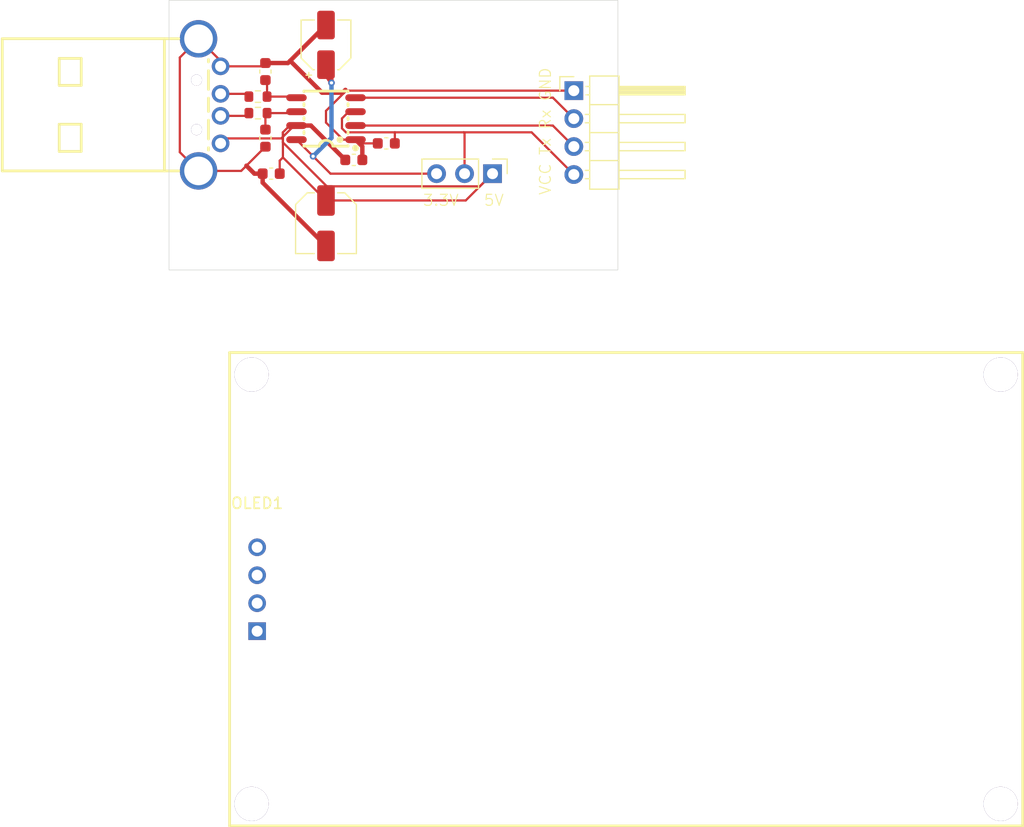
<source format=kicad_pcb>
(kicad_pcb (version 20240108) (generator "pcbnew") (generator_version "8.0")
  (layers (0 "F.Cu" signal) (31 "B.Cu" signal) (34 "B.Paste" user) (35 "F.Paste" user) (36 "B.SilkS" user "B.Silkscreen") (37 "F.SilkS" user "F.Silkscreen") (38 "B.Mask" user) (39 "F.Mask" user) (44 "Edge.Cuts" user))
  (net 0 "")
  (net 1 "GND")
  (net 2 "VCC")
  (net 3 "Net-(J1-Pin_4)")
  (net 4 "V33")
  (net 5 "D+")
  (net 6 "D-")
  (net 7 "RX")
  (net 8 "TX")
  (net 9 "Net-(USB1-D+)")
  (net 10 "Net-(USB1-D-)")
  (footprint "easyeda2kicad:SOP-8_L4.9-W3.9-P1.27-LS6.0-BL" (layer "F.Cu") (at 62.5 30 90)
    (property "Reference" "U2" (hide yes))
    (property "Value" "HT42B534-2")
    (fp_line (start 2.5 -2) (end 2.5 1.95) (stroke (width 0.25)) (layer "F.SilkS"))
    (fp_line (start 2.45 -2) (end 2.5 -2) (stroke (width 0.25)) (layer "F.SilkS"))
    (fp_line (start 1.18 -2) (end 1.36 -2) (stroke (width 0.25)) (layer "F.SilkS"))
    (fp_line (start -0.09 -2) (end 0.09 -2) (stroke (width 0.25)) (layer "F.SilkS"))
    (fp_line (start -1.36 -2) (end -1.18 -2) (stroke (width 0.25)) (layer "F.SilkS"))
    (fp_line (start -2.5 -2) (end -2.45 -2) (stroke (width 0.25)) (layer "F.SilkS"))
    (fp_line (start -2.5 -2) (end -2.5 -0.63) (stroke (width 0.25)) (layer "F.SilkS"))
    (fp_line (start 2.5 1.95) (end 2.45 2) (stroke (width 0.25)) (layer "F.SilkS"))
    (fp_line (start 2.45 2) (end 2.5 2) (stroke (width 0.25)) (layer "F.SilkS"))
    (fp_line (start 1.18 2) (end 1.36 2) (stroke (width 0.25)) (layer "F.SilkS"))
    (fp_line (start -0.09 2) (end 0.09 2) (stroke (width 0.25)) (layer "F.SilkS"))
    (fp_line (start -1.36 2) (end -1.18 2) (stroke (width 0.25)) (layer "F.SilkS"))
    (fp_line (start -2.5 2) (end -2.5 0.63) (stroke (width 0.25)) (layer "F.SilkS"))
    (fp_line (start -2.5 2) (end -2.45 2) (stroke (width 0.25)) (layer "F.SilkS"))
    (fp_arc (start -2.5 -0.63) (mid -1.970474 -0.002632) (end -2.494818 0.629073) (stroke (width 0.25)) (layer "F.SilkS"))
    (fp_circle (center -1.91 1.27) (end -1.76 1.27) (stroke (width 0.3)) (fill none) (layer "F.SilkS"))
    (fp_circle (center -2.67 2.68) (end -2.52 2.68) (stroke (width 0.3)) (fill none) (layer "F.SilkS"))
    (pad "1" smd oval (at -1.91 2.68 90) (size 0.63 1.86) (layers "F.Cu" "F.Paste" "F.Mask") (net 1 "GND"))
    (pad "2" smd oval (at -0.63 2.68 90) (size 0.63 1.86) (layers "F.Cu" "F.Paste" "F.Mask") (net 8 "TX"))
    (pad "3" smd oval (at 0.63 2.68 90) (size 0.63 1.86) (layers "F.Cu" "F.Paste" "F.Mask") (net 3 "Net-(J1-Pin_4)"))
    (pad "4" smd oval (at 1.9 2.68 90) (size 0.63 1.86) (layers "F.Cu" "F.Paste" "F.Mask") (net 7 "RX"))
    (pad "5" smd oval (at 1.9 -2.68 90) (size 0.63 1.86) (layers "F.Cu" "F.Paste" "F.Mask") (net 5 "D+"))
    (pad "6" smd oval (at 0.63 -2.68 90) (size 0.63 1.86) (layers "F.Cu" "F.Paste" "F.Mask") (net 6 "D-"))
    (pad "7" smd oval (at -0.63 -2.68 90) (size 0.63 1.86) (layers "F.Cu" "F.Paste" "F.Mask") (net 2 "VCC"))
    (pad "8" smd oval (at -1.91 -2.68 90) (size 0.63 1.86) (layers "F.Cu" "F.Paste" "F.Mask") (net 4 "V33"))
  )
  (footprint "Capacitor_SMD:C_0603_1608Metric" (layer "F.Cu") (at 57 31.775 -90)
    (property "Reference" "C7" (hide yes))
    (property "Value" "47pF")
    (fp_line (start -0.14058 0.51) (end 0.14058 0.51) (stroke (width 0.12)) (layer "F.SilkS"))
    (fp_line (start -0.14058 -0.51) (end 0.14058 -0.51) (stroke (width 0.12)) (layer "F.SilkS"))
    (pad "1" smd roundrect (at -0.775 0 270) (size 0.9 0.95) (layers "F.Cu" "F.Paste" "F.Mask") (net 6 "D-"))
    (pad "2" smd roundrect (at 0.775 0 270) (size 0.9 0.95) (layers "F.Cu" "F.Paste" "F.Mask") (net 1 "GND"))
  )
  (footprint "Capacitor_SMD:C_0603_1608Metric" (layer "F.Cu") (at 57.525 35 180)
    (property "Reference" "C4" (hide yes))
    (property "Value" "0.1uF")
    (fp_line (start -0.14058 0.51) (end 0.14058 0.51) (stroke (width 0.12)) (layer "F.SilkS"))
    (fp_line (start -0.14058 -0.51) (end 0.14058 -0.51) (stroke (width 0.12)) (layer "F.SilkS"))
    (pad "1" smd roundrect (at -0.775 0 180) (size 0.9 0.95) (layers "F.Cu" "F.Paste" "F.Mask") (net 2 "VCC"))
    (pad "2" smd roundrect (at 0.775 0 180) (size 0.9 0.95) (layers "F.Cu" "F.Paste" "F.Mask") (net 1 "GND"))
  )
  (footprint "easyeda2kicad:OLED-TH_4P-L72.0-W43.0-P2.54" (layer "F.Cu") (at 56.25 72.75)
    (property "Reference" "OLED1" (at 0 -7.81 0) (layer "F.SilkS"))
    (property "Value" "HS242L03B2C01")
    (fp_line (start -2.5 -21.5) (end 69.5 -21.5) (stroke (width 0.25)) (layer "F.SilkS"))
    (fp_line (start -2.5 21.5) (end -2.5 -21.5) (stroke (width 0.25)) (layer "F.SilkS"))
    (fp_line (start 69.5 -21.5) (end 69.5 21.5) (stroke (width 0.25)) (layer "F.SilkS"))
    (fp_line (start 69.5 21.5) (end -2.5 21.5) (stroke (width 0.25)) (layer "F.SilkS"))
    (pad "" thru_hole circle (at -0.5 -19.5) (size 3.1 3.1) (drill 3.1) (layers "*.Cu" "*.Mask"))
    (pad "" thru_hole circle (at -0.5 19.5) (size 3.1 3.1) (drill 3.1) (layers "*.Cu" "*.Mask"))
    (pad "" thru_hole circle (at 67.5 -19.5) (size 3.1 3.1) (drill 3.1) (layers "*.Cu" "*.Mask"))
    (pad "" thru_hole circle (at 67.5 19.5) (size 3.1 3.1) (drill 3.1) (layers "*.Cu" "*.Mask"))
    (pad "1" thru_hole rect (at 0 3.81) (size 1.6 1.6) (drill 0.999998) (layers "*.Cu" "*.Mask"))
    (pad "2" thru_hole circle (at 0 1.27) (size 1.6 1.6) (drill 0.999998) (layers "*.Cu" "*.Mask"))
    (pad "3" thru_hole circle (at 0 -1.27) (size 1.6 1.6) (drill 0.999998) (layers "*.Cu" "*.Mask"))
    (pad "4" thru_hole circle (at 0 -3.81) (size 1.6 1.6) (drill 0.999998) (layers "*.Cu" "*.Mask"))
  )
  (footprint "Resistor_SMD:R_0603_1608Metric" (layer "F.Cu") (at 56.325 28)
    (property "Reference" "R3" (hide yes))
    (property "Value" "33")
    (fp_line (start -0.237258 -0.5225) (end 0.237258 -0.5225) (stroke (width 0.12)) (layer "F.SilkS"))
    (fp_line (start -0.237258 0.5225) (end 0.237258 0.5225) (stroke (width 0.12)) (layer "F.SilkS"))
    (pad "1" smd roundrect (at -0.825 0) (size 0.8 0.95) (layers "F.Cu" "F.Paste" "F.Mask") (net 9 "Net-(USB1-D+)"))
    (pad "2" smd roundrect (at 0.825 0) (size 0.8 0.95) (layers "F.Cu" "F.Paste" "F.Mask") (net 5 "D+"))
  )
  (footprint "Capacitor_SMD:C_0603_1608Metric" (layer "F.Cu") (at 65.025 33.75)
    (property "Reference" "C1" (hide yes))
    (property "Value" "0.1uF")
    (fp_line (start -0.14058 -0.51) (end 0.14058 -0.51) (stroke (width 0.12)) (layer "F.SilkS"))
    (fp_line (start -0.14058 0.51) (end 0.14058 0.51) (stroke (width 0.12)) (layer "F.SilkS"))
    (pad "1" smd roundrect (at -0.775 0) (size 0.9 0.95) (layers "F.Cu" "F.Paste" "F.Mask") (net 2 "VCC"))
    (pad "2" smd roundrect (at 0.775 0) (size 0.9 0.95) (layers "F.Cu" "F.Paste" "F.Mask") (net 1 "GND"))
  )
  (footprint "Capacitor_SMD:C_0603_1608Metric" (layer "F.Cu") (at 67.975 32.25 180)
    (property "Reference" "C2" (hide yes))
    (property "Value" "0.1uF")
    (fp_line (start -0.14058 0.51) (end 0.14058 0.51) (stroke (width 0.12)) (layer "F.SilkS"))
    (fp_line (start -0.14058 -0.51) (end 0.14058 -0.51) (stroke (width 0.12)) (layer "F.SilkS"))
    (pad "1" smd roundrect (at -0.775 0 180) (size 0.9 0.95) (layers "F.Cu" "F.Paste" "F.Mask") (net 3 "Net-(J1-Pin_4)"))
    (pad "2" smd roundrect (at 0.775 0 180) (size 0.9 0.95) (layers "F.Cu" "F.Paste" "F.Mask") (net 1 "GND"))
  )
  (footprint "easyeda2kicad:USB-AM-TH_AM90" (layer "F.Cu") (at 51.93 28.75 -90)
    (property "Reference" "USB1" (hide yes))
    (property "Value" "AM90")
    (fp_line (start -6.01 18.82) (end -6.01 2.79) (stroke (width 0.25)) (layer "F.SilkS"))
    (fp_line (start 6 18.82) (end -6.01 18.82) (stroke (width 0.25)) (layer "F.SilkS"))
    (fp_line (start 6 18.82) (end 6 2.8) (stroke (width 0.25)) (layer "F.SilkS"))
    (fp_line (start -4.22 13.65) (end -4.22 11.65) (stroke (width 0.25)) (layer "F.SilkS"))
    (fp_line (start -1.77 13.65) (end -4.22 13.65) (stroke (width 0.25)) (layer "F.SilkS"))
    (fp_line (start -1.77 13.65) (end -1.77 11.65) (stroke (width 0.25)) (layer "F.SilkS"))
    (fp_line (start 1.76 13.65) (end 4.23 13.65) (stroke (width 0.25)) (layer "F.SilkS"))
    (fp_line (start 1.76 13.65) (end 1.76 11.65) (stroke (width 0.25)) (layer "F.SilkS"))
    (fp_line (start 4.23 13.65) (end 4.23 11.65) (stroke (width 0.25)) (layer "F.SilkS"))
    (fp_line (start -4.22 11.65) (end -1.77 11.65) (stroke (width 0.25)) (layer "F.SilkS"))
    (fp_line (start 4.23 11.65) (end 1.76 11.65) (stroke (width 0.25)) (layer "F.SilkS"))
    (fp_line (start -6.01 4.1) (end 6 4.1) (stroke (width 0.25)) (layer "F.SilkS"))
    (fp_line (start -4.12 0.1) (end -3.9 0.1) (stroke (width 0.25)) (layer "F.SilkS"))
    (fp_line (start -3.11 0.1) (end -1.4 0.1) (stroke (width 0.25)) (layer "F.SilkS"))
    (fp_line (start -0.61 0.1) (end 0.6 0.1) (stroke (width 0.25)) (layer "F.SilkS"))
    (fp_line (start 1.39 0.1) (end 3.1 0.1) (stroke (width 0.25)) (layer "F.SilkS"))
    (fp_line (start 3.89 0.1) (end 4.11 0.1) (stroke (width 0.25)) (layer "F.SilkS"))
    (pad "" thru_hole circle (at -2.25 1.18 270) (size 1 1) (drill 1) (layers "*.Cu" "*.Mask"))
    (pad "" thru_hole circle (at 2.25 1.18 270) (size 1 1) (drill 1) (layers "*.Cu" "*.Mask"))
    (pad "1" thru_hole circle (at 3.5 -1 180) (size 1.6 1.6) (drill 0.999998) (layers "*.Cu" "*.Mask") (net 2 "VCC"))
    (pad "2" thru_hole circle (at 1 -1 180) (size 1.6 1.6) (drill 0.999998) (layers "*.Cu" "*.Mask") (net 10 "Net-(USB1-D-)"))
    (pad "3" thru_hole circle (at -1 -1 180) (size 1.6 1.6) (drill 0.999998) (layers "*.Cu" "*.Mask") (net 9 "Net-(USB1-D+)"))
    (pad "4" thru_hole circle (at -3.5 -1 180) (size 1.6 1.6) (drill 0.999998) (layers "*.Cu" "*.Mask") (net 1 "GND"))
    (pad "MH1" thru_hole circle (at 6 1 180) (size 3.4 3.4) (drill 2.599995) (layers "*.Cu" "*.Mask") (net 1 "GND"))
    (pad "MH2" thru_hole circle (at -6 1 180) (size 3.4 3.4) (drill 2.599995) (layers "*.Cu" "*.Mask") (net 1 "GND"))
  )
  (footprint "Capacitor_SMD:CP_Elec_4x5.4" (layer "F.Cu") (at 62.5 23.3 90)
    (property "Reference" "C3" (hide yes))
    (property "Value" "1uF")
    (fp_line (start 2.26 -2.26) (end 2.26 -1.06) (stroke (width 0.12)) (layer "F.SilkS"))
    (fp_line (start -1.195563 -2.26) (end 2.26 -2.26) (stroke (width 0.12)) (layer "F.SilkS"))
    (fp_line (start -2.75 -1.81) (end -2.75 -1.31) (stroke (width 0.12)) (layer "F.SilkS"))
    (fp_line (start -3 -1.56) (end -2.5 -1.56) (stroke (width 0.12)) (layer "F.SilkS"))
    (fp_line (start -2.26 -1.195563) (end -1.195563 -2.26) (stroke (width 0.12)) (layer "F.SilkS"))
    (fp_line (start -2.26 -1.195563) (end -2.26 -1.06) (stroke (width 0.12)) (layer "F.SilkS"))
    (fp_line (start -2.26 1.195563) (end -2.26 1.06) (stroke (width 0.12)) (layer "F.SilkS"))
    (fp_line (start -2.26 1.195563) (end -1.195563 2.26) (stroke (width 0.12)) (layer "F.SilkS"))
    (fp_line (start 2.26 2.26) (end 2.26 1.06) (stroke (width 0.12)) (layer "F.SilkS"))
    (fp_line (start -1.195563 2.26) (end 2.26 2.26) (stroke (width 0.12)) (layer "F.SilkS"))
    (pad "1" smd roundrect (at -1.8 0 90) (size 2.6 1.6) (layers "F.Cu" "F.Paste" "F.Mask") (roundrect_rratio 0.15625) (net 4 "V33"))
    (pad "2" smd roundrect (at 1.8 0 90) (size 2.6 1.6) (layers "F.Cu" "F.Paste" "F.Mask") (roundrect_rratio 0.15625) (net 1 "GND"))
  )
  (footprint "Connector_PinHeader_2.54mm:PinHeader_1x04_P2.54mm_Horizontal" (layer "F.Cu") (at 85 27.46)
    (property "Reference" "J1" (hide yes))
    (property "Value" "Conn_01x04")
    (fp_line (start -1.27 -1.27) (end 0 -1.27) (stroke (width 0.12)) (layer "F.SilkS"))
    (fp_line (start -1.27 0) (end -1.27 -1.27) (stroke (width 0.12)) (layer "F.SilkS"))
    (fp_line (start 1.042929 2.16) (end 1.44 2.16) (stroke (width 0.12)) (layer "F.SilkS"))
    (fp_line (start 1.042929 2.92) (end 1.44 2.92) (stroke (width 0.12)) (layer "F.SilkS"))
    (fp_line (start 1.042929 4.7) (end 1.44 4.7) (stroke (width 0.12)) (layer "F.SilkS"))
    (fp_line (start 1.042929 5.46) (end 1.44 5.46) (stroke (width 0.12)) (layer "F.SilkS"))
    (fp_line (start 1.042929 7.24) (end 1.44 7.24) (stroke (width 0.12)) (layer "F.SilkS"))
    (fp_line (start 1.042929 8) (end 1.44 8) (stroke (width 0.12)) (layer "F.SilkS"))
    (fp_line (start 1.11 -0.38) (end 1.44 -0.38) (stroke (width 0.12)) (layer "F.SilkS"))
    (fp_line (start 1.11 0.38) (end 1.44 0.38) (stroke (width 0.12)) (layer "F.SilkS"))
    (fp_line (start 1.44 -1.33) (end 1.44 8.95) (stroke (width 0.12)) (layer "F.SilkS"))
    (fp_line (start 1.44 1.27) (end 4.1 1.27) (stroke (width 0.12)) (layer "F.SilkS"))
    (fp_line (start 1.44 3.81) (end 4.1 3.81) (stroke (width 0.12)) (layer "F.SilkS"))
    (fp_line (start 1.44 6.35) (end 4.1 6.35) (stroke (width 0.12)) (layer "F.SilkS"))
    (fp_line (start 1.44 8.95) (end 4.1 8.95) (stroke (width 0.12)) (layer "F.SilkS"))
    (fp_line (start 4.1 -1.33) (end 1.44 -1.33) (stroke (width 0.12)) (layer "F.SilkS"))
    (fp_line (start 4.1 -0.38) (end 10.1 -0.38) (stroke (width 0.12)) (layer "F.SilkS"))
    (fp_line (start 4.1 -0.32) (end 10.1 -0.32) (stroke (width 0.12)) (layer "F.SilkS"))
    (fp_line (start 4.1 -0.2) (end 10.1 -0.2) (stroke (width 0.12)) (layer "F.SilkS"))
    (fp_line (start 4.1 -0.08) (end 10.1 -0.08) (stroke (width 0.12)) (layer "F.SilkS"))
    (fp_line (start 4.1 0.04) (end 10.1 0.04) (stroke (width 0.12)) (layer "F.SilkS"))
    (fp_line (start 4.1 0.16) (end 10.1 0.16) (stroke (width 0.12)) (layer "F.SilkS"))
    (fp_line (start 4.1 0.28) (end 10.1 0.28) (stroke (width 0.12)) (layer "F.SilkS"))
    (fp_line (start 4.1 2.16) (end 10.1 2.16) (stroke (width 0.12)) (layer "F.SilkS"))
    (fp_line (start 4.1 4.7) (end 10.1 4.7) (stroke (width 0.12)) (layer "F.SilkS"))
    (fp_line (start 4.1 7.24) (end 10.1 7.24) (stroke (width 0.12)) (layer "F.SilkS"))
    (fp_line (start 4.1 8.95) (end 4.1 -1.33) (stroke (width 0.12)) (layer "F.SilkS"))
    (fp_line (start 10.1 -0.38) (end 10.1 0.38) (stroke (width 0.12)) (layer "F.SilkS"))
    (fp_line (start 10.1 0.38) (end 4.1 0.38) (stroke (width 0.12)) (layer "F.SilkS"))
    (fp_line (start 10.1 2.16) (end 10.1 2.92) (stroke (width 0.12)) (layer "F.SilkS"))
    (fp_line (start 10.1 2.92) (end 4.1 2.92) (stroke (width 0.12)) (layer "F.SilkS"))
    (fp_line (start 10.1 4.7) (end 10.1 5.46) (stroke (width 0.12)) (layer "F.SilkS"))
    (fp_line (start 10.1 5.46) (end 4.1 5.46) (stroke (width 0.12)) (layer "F.SilkS"))
    (fp_line (start 10.1 7.24) (end 10.1 8) (stroke (width 0.12)) (layer "F.SilkS"))
    (fp_line (start 10.1 8) (end 4.1 8) (stroke (width 0.12)) (layer "F.SilkS"))
    (pad "1" thru_hole rect (at 0 0) (size 1.7 1.7) (drill 1) (layers "*.Cu" "*.Mask") (net 1 "GND"))
    (pad "2" thru_hole oval (at 0 2.54) (size 1.7 1.7) (drill 1) (layers "*.Cu" "*.Mask") (net 7 "RX"))
    (pad "3" thru_hole oval (at 0 5.08) (size 1.7 1.7) (drill 1) (layers "*.Cu" "*.Mask") (net 8 "TX"))
    (pad "4" thru_hole oval (at 0 7.62) (size 1.7 1.7) (drill 1) (layers "*.Cu" "*.Mask") (net 3 "Net-(J1-Pin_4)"))
  )
  (footprint "Capacitor_SMD:C_Elec_5x5.4" (layer "F.Cu") (at 62.5 39.5 -90)
    (property "Reference" "C5" (hide yes))
    (property "Value" "10uF")
    (fp_line (start -1.695563 2.76) (end 2.76 2.76) (stroke (width 0.12)) (layer "F.SilkS"))
    (fp_line (start 2.76 2.76) (end 2.76 1.06) (stroke (width 0.12)) (layer "F.SilkS"))
    (fp_line (start -2.76 1.695563) (end -1.695563 2.76) (stroke (width 0.12)) (layer "F.SilkS"))
    (fp_line (start -2.76 1.695563) (end -2.76 1.06) (stroke (width 0.12)) (layer "F.SilkS"))
    (fp_line (start -2.76 -1.695563) (end -2.76 -1.06) (stroke (width 0.12)) (layer "F.SilkS"))
    (fp_line (start -2.76 -1.695563) (end -1.695563 -2.76) (stroke (width 0.12)) (layer "F.SilkS"))
    (fp_line (start -1.695563 -2.76) (end 2.76 -2.76) (stroke (width 0.12)) (layer "F.SilkS"))
    (fp_line (start 2.76 -2.76) (end 2.76 -1.06) (stroke (width 0.12)) (layer "F.SilkS"))
    (pad "1" smd roundrect (at -2.0625 0 270) (size 2.775 1.6) (layers "F.Cu" "F.Paste" "F.Mask") (roundrect_rratio 0.15625) (net 2 "VCC"))
    (pad "2" smd roundrect (at 2.0625 0 270) (size 2.775 1.6) (layers "F.Cu" "F.Paste" "F.Mask") (roundrect_rratio 0.15625) (net 1 "GND"))
  )
  (footprint "Resistor_SMD:R_0603_1608Metric" (layer "F.Cu") (at 56.325 29.5)
    (property "Reference" "R4" (hide yes))
    (property "Value" "33")
    (fp_line (start -0.237258 -0.5225) (end 0.237258 -0.5225) (stroke (width 0.12)) (layer "F.SilkS"))
    (fp_line (start -0.237258 0.5225) (end 0.237258 0.5225) (stroke (width 0.12)) (layer "F.SilkS"))
    (pad "1" smd roundrect (at -0.825 0) (size 0.8 0.95) (layers "F.Cu" "F.Paste" "F.Mask") (net 10 "Net-(USB1-D-)"))
    (pad "2" smd roundrect (at 0.825 0) (size 0.8 0.95) (layers "F.Cu" "F.Paste" "F.Mask") (net 6 "D-"))
  )
  (footprint "Connector_PinHeader_2.54mm:PinHeader_1x03_P2.54mm_Vertical" (layer "F.Cu") (at 77.62 35 -90)
    (property "Reference" "J2" (hide yes))
    (property "Value" "Conn_01x03")
    (fp_line (start -1.33 6.41) (end 1.33 6.41) (stroke (width 0.12)) (layer "F.SilkS"))
    (fp_line (start -1.33 1.27) (end -1.33 6.41) (stroke (width 0.12)) (layer "F.SilkS"))
    (fp_line (start -1.33 1.27) (end 1.33 1.27) (stroke (width 0.12)) (layer "F.SilkS"))
    (fp_line (start 1.33 1.27) (end 1.33 6.41) (stroke (width 0.12)) (layer "F.SilkS"))
    (fp_line (start -1.33 0) (end -1.33 -1.33) (stroke (width 0.12)) (layer "F.SilkS"))
    (fp_line (start -1.33 -1.33) (end 0 -1.33) (stroke (width 0.12)) (layer "F.SilkS"))
    (pad "1" thru_hole rect (at 0 0 270) (size 1.7 1.7) (drill 1) (layers "*.Cu" "*.Mask") (net 2 "VCC"))
    (pad "2" thru_hole oval (at 0 2.54 270) (size 1.7 1.7) (drill 1) (layers "*.Cu" "*.Mask") (net 3 "Net-(J1-Pin_4)"))
    (pad "3" thru_hole oval (at 0 5.08 270) (size 1.7 1.7) (drill 1) (layers "*.Cu" "*.Mask") (net 4 "V33"))
  )
  (footprint "Capacitor_SMD:C_0603_1608Metric" (layer "F.Cu") (at 57 25.725 90)
    (property "Reference" "C6" (hide yes))
    (property "Value" "47pF")
    (fp_line (start -0.14058 -0.51) (end 0.14058 -0.51) (stroke (width 0.12)) (layer "F.SilkS"))
    (fp_line (start -0.14058 0.51) (end 0.14058 0.51) (stroke (width 0.12)) (layer "F.SilkS"))
    (pad "1" smd roundrect (at -0.775 0 90) (size 0.9 0.95) (layers "F.Cu" "F.Paste" "F.Mask") (net 5 "D+"))
    (pad "2" smd roundrect (at 0.775 0 90) (size 0.9 0.95) (layers "F.Cu" "F.Paste" "F.Mask") (net 1 "GND"))
  )
  (gr_rect (start 48.25 19.25) (end 89 43.75) (stroke (width 0.05)) (fill none) (layer "Edge.Cuts"))
  (gr_text "VCC Tx Rx GND" (at 83 37 90) (layer "F.SilkS") (effects (font (size 1 1) (thickness 0.1)) (justify left bottom)))
  (gr_text "3.3V   5V" (at 71.25 38 0) (layer "F.SilkS") (effects (font (size 1 1) (thickness 0.1)) (justify left bottom)))
  (segment (start 67.2 32.25) (end 65.52 32.25) (width 0.2) (layer "F.Cu") (net 1))
  (segment (start 64.006208 27.647629) (end 64.264548 27.389289) (width 0.4) (layer "F.Cu") (net 1))
  (segment (start 59.25 24.75) (end 59.05 24.95) (width 0.4) (layer "F.Cu") (net 1))
  (segment (start 65.8 32.53) (end 65.18 31.91) (width 0.4) (layer "F.Cu") (net 1))
  (segment (start 56 35) (end 55.275 34.275) (width 0.4) (layer "F.Cu") (net 1))
  (segment (start 62.5 41.5625) (end 56.75 35.8125) (width 0.4) (layer "F.Cu") (net 1))
  (segment (start 65.52 32.25) (end 65.18 31.91) (width 0.2) (layer "F.Cu") (net 1))
  (segment (start 64.05 31.91) (end 65.18 31.91) (width 0.2) (layer "F.Cu") (net 1))
  (segment (start 56.7 25.25) (end 57 24.95) (width 0.2) (layer "F.Cu") (net 1))
  (segment (start 52.93 24.75) (end 52.93 25.25) (width 0.2) (layer "F.Cu") (net 1))
  (segment (start 64.335259 27.46) (end 62.5 29.295259) (width 0.2) (layer "F.Cu") (net 1))
  (segment (start 50.93 34.75) (end 49.23 33.05) (width 0.2) (layer "F.Cu") (net 1))
  (segment (start 57 32.55) (end 55.275 34.275) (width 0.2) (layer "F.Cu") (net 1))
  (segment (start 50.93 22.75) (end 52.93 24.75) (width 0.2) (layer "F.Cu") (net 1))
  (segment (start 52.93 25.25) (end 56.7 25.25) (width 0.2) (layer "F.Cu") (net 1))
  (segment (start 59.25 24.75) (end 62.147629 27.647629) (width 0.4) (layer "F.Cu") (net 1))
  (segment (start 49.23 24.45) (end 50.93 22.75) (width 0.2) (layer "F.Cu") (net 1))
  (segment (start 56.75 35) (end 56 35) (width 0.4) (layer "F.Cu") (net 1))
  (segment (start 56.75 35.8125) (end 56.75 35) (width 0.4) (layer "F.Cu") (net 1))
  (segment (start 65.8 33.75) (end 65.8 32.53) (width 0.4) (layer "F.Cu") (net 1))
  (segment (start 49.23 33.05) (end 49.23 24.45) (width 0.2) (layer "F.Cu") (net 1))
  (segment (start 85 27.46) (end 64.335259 27.46) (width 0.2) (layer "F.Cu") (net 1))
  (segment (start 62.5 21.5) (end 59.25 24.75) (width 0.4) (layer "F.Cu") (net 1))
  (segment (start 62.147629 27.647629) (end 64.006208 27.647629) (width 0.4) (layer "F.Cu") (net 1))
  (segment (start 59.05 24.95) (end 57 24.95) (width 0.4) (layer "F.Cu") (net 1))
  (segment (start 62.5 30.36) (end 64.05 31.91) (width 0.2) (layer "F.Cu") (net 1))
  (segment (start 62.5 29.295259) (end 62.5 30.36) (width 0.2) (layer "F.Cu") (net 1))
  (segment (start 54.8 34.75) (end 50.93 34.75) (width 0.2) (layer "F.Cu") (net 1))
  (segment (start 55.275 34.275) (end 54.8 34.75) (width 0.2) (layer "F.Cu") (net 1))
  (segment (start 58.497629 31.747629) (end 59.615258 30.63) (width 0.2) (layer "F.Cu") (net 2))
  (segment (start 59.205 30.63) (end 58.59 31.245) (width 0.2) (layer "F.Cu") (net 2))
  (segment (start 77.62 35) (end 76.47 36.15) (width 0.2) (layer "F.Cu") (net 2))
  (segment (start 58.445259 31.8) (end 58.497629 31.747629) (width 0.2) (layer "F.Cu") (net 2))
  (segment (start 59.82 30.63) (end 59.205 30.63) (width 0.2) (layer "F.Cu") (net 2))
  (segment (start 62.575259 36.15) (end 58.59 32.164741) (width 0.2) (layer "F.Cu") (net 2))
  (segment (start 64.25 33.75) (end 61.13 30.63) (width 0.4) (layer "F.Cu") (net 2))
  (segment (start 61.13 30.63) (end 59.82 30.63) (width 0.4) (layer "F.Cu") (net 2))
  (segment (start 75.1825 37.4375) (end 77.62 35) (width 0.2) (layer "F.Cu") (net 2))
  (segment (start 76.47 36.15) (end 62.575259 36.15) (width 0.2) (layer "F.Cu") (net 2))
  (segment (start 62.5 37.4375) (end 75.1825 37.4375) (width 0.2) (layer "F.Cu") (net 2))
  (segment (start 58.3 33.8175) (end 58.3 35) (width 0.2) (layer "F.Cu") (net 2))
  (segment (start 58.59 33.5275) (end 62.5 37.4375) (width 0.2) (layer "F.Cu") (net 2))
  (segment (start 59.615258 30.63) (end 59.82 30.63) (width 0.2) (layer "F.Cu") (net 2))
  (segment (start 58.59 32.164741) (end 58.59 31.245) (width 0.2) (layer "F.Cu") (net 2))
  (segment (start 58.59 31.245) (end 58.59 33.5275) (width 0.2) (layer "F.Cu") (net 2))
  (segment (start 58.59 33.5275) (end 58.3 33.8175) (width 0.2) (layer "F.Cu") (net 2))
  (segment (start 52.93 32.25) (end 53.38 31.8) (width 0.2) (layer "F.Cu") (net 2))
  (segment (start 53.38 31.8) (end 58.445259 31.8) (width 0.2) (layer "F.Cu") (net 2))
  (segment (start 64.565 29.37) (end 63.95 29.985) (width 0.2) (layer "F.Cu") (net 3))
  (segment (start 65.18 29.37) (end 64.565 29.37) (width 0.2) (layer "F.Cu") (net 3))
  (segment (start 63.95 29.985) (end 63.95 30.884741) (width 0.2) (layer "F.Cu") (net 3))
  (segment (start 68.75 32.25) (end 68.75 31.245) (width 0.2) (layer "F.Cu") (net 3))
  (segment (start 75 31.245) (end 81.165 31.245) (width 0.2) (layer "F.Cu") (net 3))
  (segment (start 75.08 35) (end 75.08 31.325) (width 0.2) (layer "F.Cu") (net 3))
  (segment (start 75.08 31.325) (end 75 31.245) (width 0.2) (layer "F.Cu") (net 3))
  (segment (start 68.75 31.245) (end 75 31.245) (width 0.2) (layer "F.Cu") (net 3))
  (segment (start 81.165 31.245) (end 85 35.08) (width 0.2) (layer "F.Cu") (net 3))
  (segment (start 63.95 30.884741) (end 64.310259 31.245) (width 0.2) (layer "F.Cu") (net 3))
  (segment (start 64.310259 31.245) (end 68.75 31.245) (width 0.2) (layer "F.Cu") (net 3))
  (segment (start 63 26.75) (end 63 26.5) (width 0.4) (layer "F.Cu") (net 4))
  (segment (start 62.5 26) (end 63 26.75) (width 0.4) (layer "F.Cu") (net 4))
  (segment (start 61.33 33.42) (end 59.82 31.91) (width 0.2) (layer "F.Cu") (net 4))
  (segment (start 62.5 25.1) (end 62.5 26) (width 0.4) (layer "F.Cu") (net 4))
  (segment (start 62.91 35) (end 61.33 33.42) (width 0.2) (layer "F.Cu") (net 4))
  (segment (start 72.54 35) (end 62.91 35) (width 0.2) (layer "F.Cu") (net 4))
  (via (at 63 26.75) (size 0.6) (drill 0.3) (layers "F.Cu" "B.Cu") (net 4))
  (via (at 61.33 33.42) (size 0.6) (drill 0.3) (layers "F.Cu" "B.Cu") (net 4))
  (segment (start 63 31.75) (end 61.33 33.42) (width 0.4) (layer "B.Cu") (net 4))
  (segment (start 63 26.75) (end 63 31.75) (width 0.4) (layer "B.Cu") (net 4))
  (segment (start 59.72 28) (end 59.82 28.1) (width 0.2) (layer "F.Cu") (net 5))
  (segment (start 57.15 28) (end 57.15 26.65) (width 0.2) (layer "F.Cu") (net 5))
  (segment (start 57.15 28) (end 59.72 28) (width 0.2) (layer "F.Cu") (net 5))
  (segment (start 57.15 26.65) (end 57 26.5) (width 0.2) (layer "F.Cu") (net 5))
  (segment (start 57 29.65) (end 57.15 29.5) (width 0.2) (layer "F.Cu") (net 6))
  (segment (start 57 31) (end 57 29.65) (width 0.2) (layer "F.Cu") (net 6))
  (segment (start 59.69 29.5) (end 59.82 29.37) (width 0.2) (layer "F.Cu") (net 6))
  (segment (start 57.15 29.5) (end 59.69 29.5) (width 0.2) (layer "F.Cu") (net 6))
  (segment (start 65.18 28.1) (end 83.1 28.1) (width 0.2) (layer "F.Cu") (net 7))
  (segment (start 83.1 28.1) (end 85 30) (width 0.2) (layer "F.Cu") (net 7))
  (segment (start 65.18 30.63) (end 83.09 30.63) (width 0.2) (layer "F.Cu") (net 8))
  (segment (start 83.09 30.63) (end 85 32.54) (width 0.2) (layer "F.Cu") (net 8))
  (segment (start 52.93 27.75) (end 55.25 27.75) (width 0.2) (layer "F.Cu") (net 9))
  (segment (start 55.25 27.75) (end 55.5 28) (width 0.2) (layer "F.Cu") (net 9))
  (segment (start 52.93 29.75) (end 55.25 29.75) (width 0.2) (layer "F.Cu") (net 10))
  (segment (start 55.25 29.75) (end 55.5 29.5) (width 0.2) (layer "F.Cu") (net 10))
)
</source>
